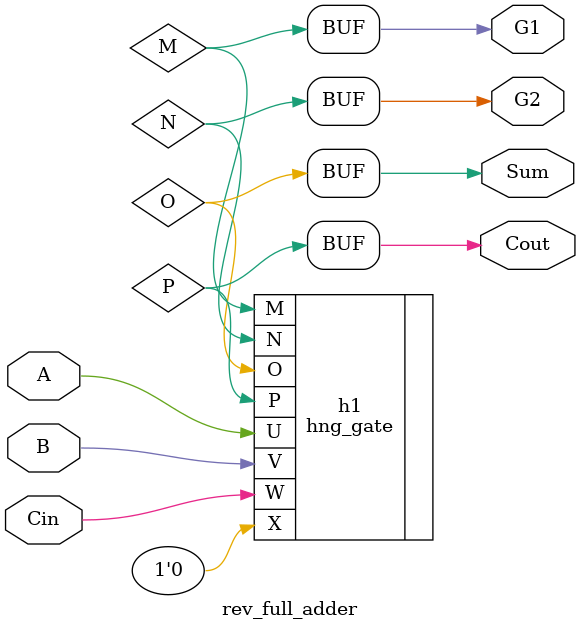
<source format=v>
module rev_full_adder (
    input  wire A,
    input  wire B,
    input  wire Cin,
    output wire Sum,
    output wire Cout,
    output wire G1,    
    output wire G2     
);

    wire M, N, O, P;

    hng_gate h1 (
        .U(A),
        .V(B),
        .W(Cin),      // THIS is Cin (do NOT set this to 0)
        .X(1'b0),     // ancilla = 0   (necessary for FA behavior)
        .M(M),
        .N(N),
        .O(O),
        .P(P)
    );

    assign Sum  = O;
    assign Cout = P;

    assign G1 = M;    
    assign G2 = N;    

endmodule

</source>
